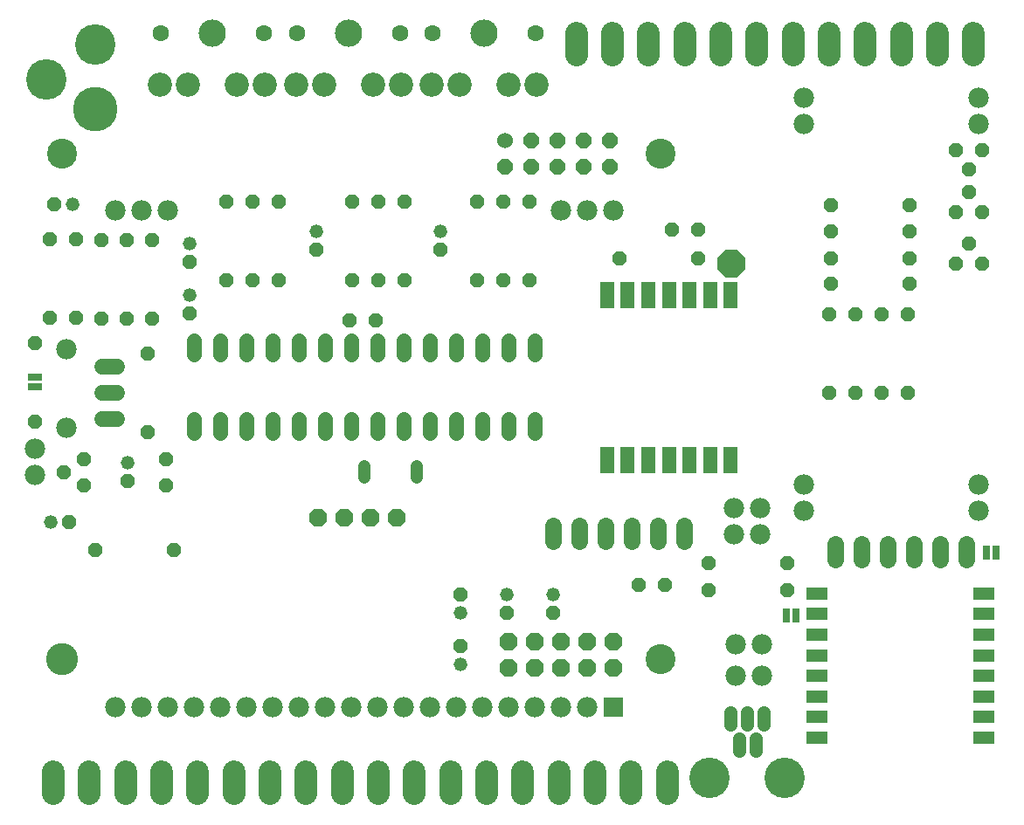
<source format=gts>
G75*
%MOIN*%
%OFA0B0*%
%FSLAX24Y24*%
%IPPOS*%
%LPD*%
%AMOC8*
5,1,8,0,0,1.08239X$1,22.5*
%
%ADD10C,0.1142*%
%ADD11C,0.1221*%
%ADD12C,0.0560*%
%ADD13OC8,0.0560*%
%ADD14C,0.0480*%
%ADD15OC8,0.0670*%
%ADD16OC8,0.1040*%
%ADD17R,0.0540X0.1040*%
%ADD18C,0.1540*%
%ADD19C,0.0516*%
%ADD20C,0.1040*%
%ADD21C,0.0926*%
%ADD22C,0.0631*%
%ADD23OC8,0.0520*%
%ADD24C,0.0520*%
%ADD25C,0.1700*%
%ADD26C,0.1542*%
%ADD27C,0.0640*%
%ADD28R,0.0780X0.0780*%
%ADD29C,0.0780*%
%ADD30C,0.0600*%
%ADD31OC8,0.0600*%
%ADD32C,0.0880*%
%ADD33C,0.0600*%
%ADD34R,0.0827X0.0512*%
%ADD35R,0.0290X0.0540*%
%ADD36R,0.0540X0.0290*%
D10*
X025528Y006835D03*
X025528Y026126D03*
X002694Y026126D03*
D11*
X002694Y006835D03*
D12*
X007725Y015482D02*
X007725Y016002D01*
X008725Y016002D02*
X008725Y015482D01*
X009725Y015482D02*
X009725Y016002D01*
X010725Y016002D02*
X010725Y015482D01*
X011725Y015482D02*
X011725Y016002D01*
X012725Y016002D02*
X012725Y015482D01*
X013725Y015482D02*
X013725Y016002D01*
X014725Y016002D02*
X014725Y015482D01*
X015725Y015482D02*
X015725Y016002D01*
X016725Y016002D02*
X016725Y015482D01*
X017725Y015482D02*
X017725Y016002D01*
X018725Y016002D02*
X018725Y015482D01*
X019725Y015482D02*
X019725Y016002D01*
X020725Y016002D02*
X020725Y015482D01*
X020725Y018482D02*
X020725Y019002D01*
X019725Y019002D02*
X019725Y018482D01*
X018725Y018482D02*
X018725Y019002D01*
X017725Y019002D02*
X017725Y018482D01*
X016725Y018482D02*
X016725Y019002D01*
X015725Y019002D02*
X015725Y018482D01*
X014725Y018482D02*
X014725Y019002D01*
X013725Y019002D02*
X013725Y018482D01*
X012725Y018482D02*
X012725Y019002D01*
X011725Y019002D02*
X011725Y018482D01*
X010725Y018482D02*
X010725Y019002D01*
X009725Y019002D02*
X009725Y018482D01*
X008725Y018482D02*
X008725Y019002D01*
X007725Y019002D02*
X007725Y018482D01*
D13*
X006141Y019841D03*
X005172Y019841D03*
X004204Y019841D03*
X003231Y019858D03*
X002247Y019858D03*
X001656Y018921D03*
X001656Y015921D03*
X003526Y014476D03*
X002776Y013976D03*
X003526Y013476D03*
X005963Y015492D03*
X006676Y014476D03*
X006676Y013476D03*
X006955Y010992D03*
X003955Y010992D03*
X005963Y018492D03*
X008975Y021292D03*
X009975Y021292D03*
X010975Y021292D03*
X013775Y021292D03*
X014775Y021292D03*
X015775Y021292D03*
X014656Y019783D03*
X013656Y019783D03*
X018521Y021317D03*
X019521Y021317D03*
X020521Y021317D03*
X023975Y022146D03*
X025960Y023228D03*
X026960Y023228D03*
X026975Y022146D03*
X032046Y022146D03*
X032048Y021175D03*
X031985Y020006D03*
X032985Y020006D03*
X033985Y020006D03*
X034985Y020006D03*
X035048Y021175D03*
X035046Y022146D03*
X035048Y023175D03*
X035048Y024175D03*
X036786Y023917D03*
X037286Y024667D03*
X037286Y025530D03*
X036786Y026280D03*
X037786Y026280D03*
X037786Y023917D03*
X037286Y022699D03*
X036786Y021949D03*
X037786Y021949D03*
X034985Y017006D03*
X033985Y017006D03*
X032985Y017006D03*
X031985Y017006D03*
X032048Y023175D03*
X032048Y024175D03*
X020521Y024317D03*
X019521Y024317D03*
X018521Y024317D03*
X015775Y024292D03*
X014775Y024292D03*
X013775Y024292D03*
X010975Y024292D03*
X009975Y024292D03*
X008975Y024292D03*
X006141Y022841D03*
X005172Y022841D03*
X004204Y022841D03*
X003231Y022858D03*
X002247Y022858D03*
X024691Y009688D03*
X025691Y009688D03*
X027370Y009490D03*
X027370Y010499D03*
X030370Y010499D03*
X030370Y009490D03*
D14*
X016229Y013764D02*
X016229Y014204D01*
X014229Y014204D02*
X014229Y013764D01*
D15*
X014475Y012242D03*
X015475Y012242D03*
X013475Y012242D03*
X012475Y012242D03*
X019725Y007492D03*
X020725Y007492D03*
X020725Y006492D03*
X019725Y006492D03*
X021725Y006492D03*
X022725Y006492D03*
X022725Y007492D03*
X021725Y007492D03*
X023725Y007492D03*
X023725Y006492D03*
D16*
X028231Y021949D03*
D17*
X028217Y020725D03*
X027430Y020725D03*
X026643Y020725D03*
X025855Y020725D03*
X025068Y020725D03*
X024280Y020725D03*
X023493Y020725D03*
X023493Y014426D03*
X024280Y014426D03*
X025068Y014426D03*
X025855Y014426D03*
X026643Y014426D03*
X027430Y014426D03*
X028217Y014426D03*
D18*
X027405Y002299D03*
X030279Y002299D03*
D19*
X029157Y003339D02*
X029157Y003815D01*
X028842Y004327D02*
X028842Y004802D01*
X028212Y004802D02*
X028212Y004327D01*
X028527Y003815D02*
X028527Y003339D01*
X029472Y004327D02*
X029472Y004802D01*
D20*
X018807Y030739D03*
X013636Y030729D03*
X008436Y030729D03*
D21*
X009381Y028761D03*
X010444Y028761D03*
X011628Y028761D03*
X012691Y028761D03*
X014581Y028761D03*
X015644Y028761D03*
X016799Y028770D03*
X017862Y028770D03*
X019752Y028770D03*
X020815Y028770D03*
X007491Y028761D03*
X006428Y028761D03*
D22*
X006467Y030729D03*
X010404Y030729D03*
X011667Y030729D03*
X015604Y030729D03*
X016839Y030739D03*
X020776Y030739D03*
D23*
X017146Y022467D03*
X012396Y022467D03*
X007562Y021993D03*
X007562Y020051D03*
X002389Y024213D03*
X005200Y013626D03*
X002976Y012089D03*
X017897Y009307D03*
X019668Y008607D03*
X021440Y008607D03*
X017897Y007338D03*
D24*
X017897Y006638D03*
X017897Y008607D03*
X019668Y009307D03*
X021440Y009307D03*
X007562Y020751D03*
X007562Y022693D03*
X003089Y024213D03*
X012396Y023167D03*
X017146Y023167D03*
X005200Y014326D03*
X002276Y012089D03*
D25*
X003975Y027838D03*
D26*
X002086Y028960D03*
X003975Y030298D03*
D27*
X021445Y011935D02*
X021445Y011335D01*
X022445Y011335D02*
X022445Y011935D01*
X023445Y011935D02*
X023445Y011335D01*
X024445Y011335D02*
X024445Y011935D01*
X025445Y011935D02*
X025445Y011335D01*
X026445Y011335D02*
X026445Y011935D01*
X032188Y011225D02*
X032188Y010625D01*
X033188Y010625D02*
X033188Y011225D01*
X034188Y011225D02*
X034188Y010625D01*
X035188Y010625D02*
X035188Y011225D01*
X036188Y011225D02*
X036188Y010625D01*
X037188Y010625D02*
X037188Y011225D01*
D28*
X023725Y004992D03*
D29*
X022725Y004992D03*
X021725Y004992D03*
X020725Y004992D03*
X019725Y004992D03*
X018725Y004992D03*
X017725Y004992D03*
X016725Y004992D03*
X015725Y004992D03*
X014725Y004992D03*
X013725Y004992D03*
X012725Y004992D03*
X011725Y004992D03*
X010725Y004992D03*
X009725Y004992D03*
X008725Y004992D03*
X007725Y004992D03*
X006725Y004992D03*
X005725Y004992D03*
X004725Y004992D03*
X001656Y013862D03*
X001656Y014862D03*
X002869Y015689D03*
X002869Y018689D03*
X004725Y023988D03*
X005725Y023988D03*
X006725Y023988D03*
X021725Y023988D03*
X022725Y023988D03*
X023725Y023988D03*
X030987Y027264D03*
X030987Y028264D03*
X037680Y028264D03*
X037680Y027264D03*
X037680Y013500D03*
X037680Y012500D03*
X030987Y012500D03*
X030987Y013500D03*
X029350Y012617D03*
X028350Y012617D03*
X028350Y011617D03*
X029350Y011617D03*
X029414Y007413D03*
X028414Y007413D03*
X028398Y006207D03*
X029398Y006207D03*
D30*
X019591Y026626D03*
D31*
X019591Y025626D03*
X020591Y025626D03*
X021591Y025626D03*
X021591Y026626D03*
X020591Y026626D03*
X022591Y026626D03*
X023591Y026626D03*
X023591Y025626D03*
X022591Y025626D03*
D32*
X002365Y002546D02*
X002365Y001706D01*
X003743Y001706D02*
X003743Y002546D01*
X005121Y002546D02*
X005121Y001706D01*
X006499Y001706D02*
X006499Y002546D01*
X007877Y002546D02*
X007877Y001706D01*
X009255Y001706D02*
X009255Y002546D01*
X010633Y002538D02*
X010633Y001698D01*
X012011Y001698D02*
X012011Y002538D01*
X013389Y002538D02*
X013389Y001698D01*
X014767Y001698D02*
X014767Y002538D01*
X016145Y002538D02*
X016145Y001698D01*
X017523Y001698D02*
X017523Y002538D01*
X018900Y002538D02*
X018900Y001698D01*
X020278Y001698D02*
X020278Y002538D01*
X021656Y002538D02*
X021656Y001698D01*
X023034Y001698D02*
X023034Y002538D01*
X024412Y002538D02*
X024412Y001698D01*
X025790Y001698D02*
X025790Y002538D01*
X026460Y029895D02*
X026460Y030735D01*
X025082Y030735D02*
X025082Y029895D01*
X023704Y029895D02*
X023704Y030735D01*
X022326Y030735D02*
X022326Y029895D01*
X027837Y029895D02*
X027837Y030735D01*
X029215Y030735D02*
X029215Y029895D01*
X030593Y029895D02*
X030593Y030735D01*
X031971Y030735D02*
X031971Y029895D01*
X033349Y029895D02*
X033349Y030735D01*
X034727Y030735D02*
X034727Y029895D01*
X036105Y029895D02*
X036105Y030735D01*
X037483Y030735D02*
X037483Y029895D01*
D33*
X004793Y017992D02*
X004233Y017992D01*
X004233Y016992D02*
X004793Y016992D01*
X004793Y015992D02*
X004233Y015992D01*
D34*
X031499Y009350D03*
X031499Y008563D03*
X031499Y007776D03*
X031499Y006988D03*
X031499Y006201D03*
X031499Y005413D03*
X031499Y004626D03*
X031499Y003839D03*
X037877Y003839D03*
X037877Y004626D03*
X037877Y005413D03*
X037877Y006201D03*
X037877Y006988D03*
X037877Y007776D03*
X037877Y008563D03*
X037877Y009350D03*
D35*
X037970Y010915D03*
X038324Y010915D03*
X030707Y008515D03*
X030352Y008515D03*
D36*
X001656Y017244D03*
X001656Y017598D03*
M02*

</source>
